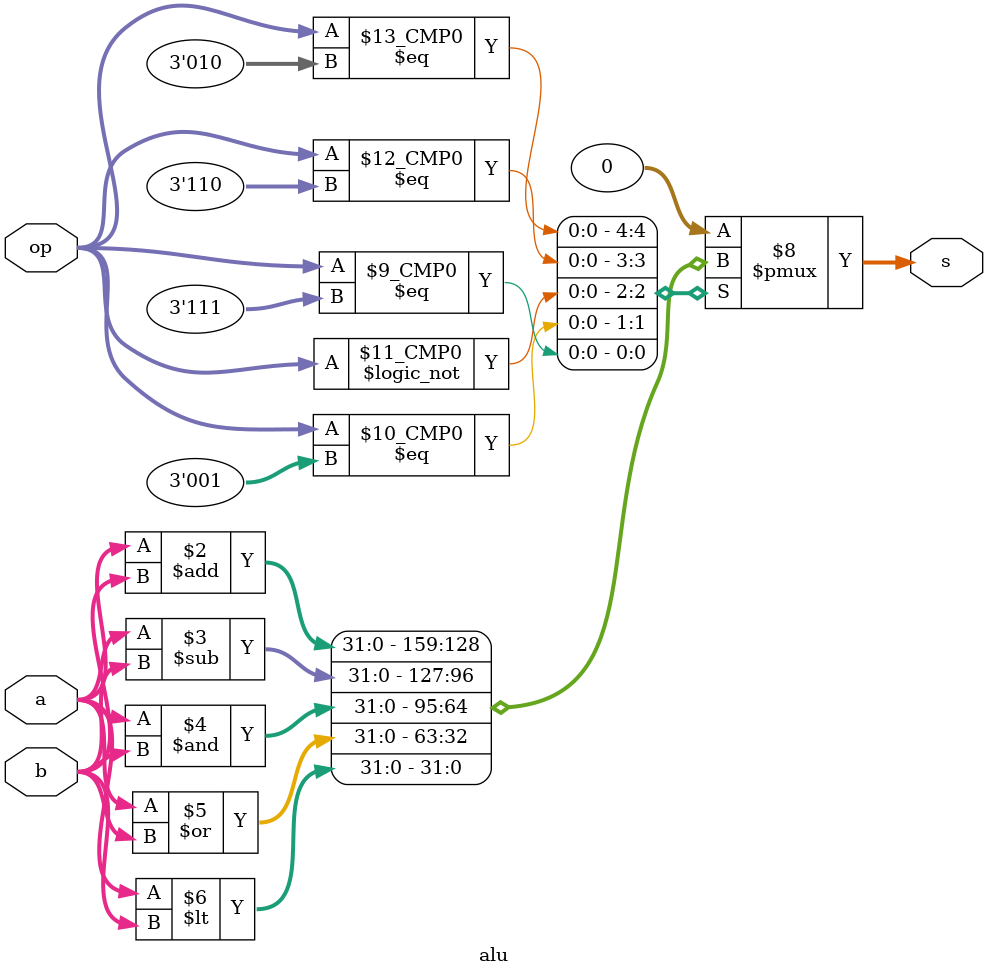
<source format=v>
`timescale 1ns / 1ps


module alu(
    input wire [31:0] a,
    input wire [31:0] b,
    input wire [2:0] op,
    output reg [31:0] s
    );
    always @(*) begin
        case(op) 
            3'b010: begin
                s <= (a + b) ;
            end
            3'b110: begin
                s <= (a - b) ;
            end
            3'b000: begin
                s <= (a & b) ;
            end
            3'b001: begin
                s <= (a | b) ;
            end
            3'b111: begin
                s <= (a < b) ;
            end
            default: begin
                s <= 32'b0 ;
            end
        endcase
    end
endmodule
</source>
